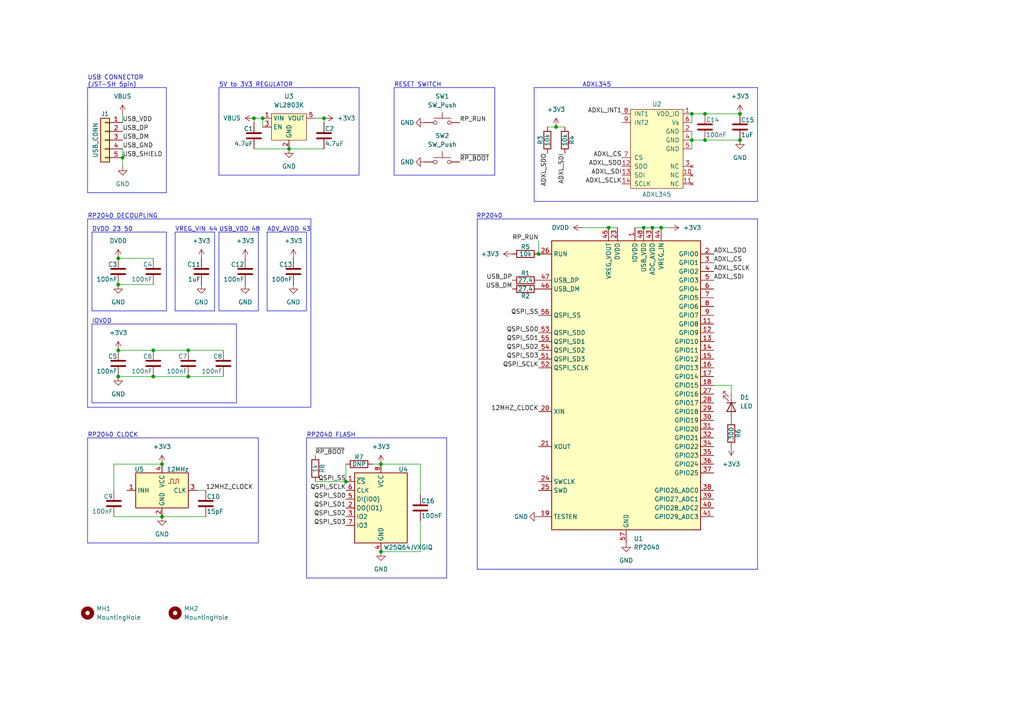
<source format=kicad_sch>
(kicad_sch (version 20231120) (generator "eeschema") (generator_version "8.0")
  (paper "A4")
  (lib_symbols
    (symbol "PicoAXDL-Library:+3V3" (power) (pin_numbers hide) (pin_names (offset 0) hide)
      (property "Value" "+3V3" (at 0 3.556 0))
      (symbol "+3V3_0_1"
        (polyline (pts (xy -0.762 1.27) (xy 0 2.54)))
        (polyline (pts (xy 0 0) (xy 0 2.54)))
        (polyline (pts (xy 0 2.54) (xy 0.762 1.27)))
      )
      (symbol "+3V3_1_1"
        (pin power_in line (at 0 0 90) (length 0) (name "~") (number "1"))
      )
    )
    (symbol "PicoAXDL-Library:ADXL345" (pin_names (offset 1.016))
      (property "Reference" "U" (at -7.62 12.7 0))
      (property "Value" "ADXL345" (at -7.62 -12.7 0))
      (symbol "ADXL345_0_1"
        (rectangle (start 7.62 11.43) (end -7.62 -11.43) (fill (type background)))
      )
      (symbol "ADXL345_1_1"
        (pin power_in line (at -10.16 10.16 0) (length 2.54) (name "VDD_IO") (number "1"))
        (pin no_connect line (at -10.16 -7.62 0) (length 2.54) (name "NC") (number "10"))
        (pin no_connect line (at -10.16 -10.16 0) (length 2.54) (name "NC") (number "11"))
        (pin output line (at 10.16 -5.08 180) (length 2.54) (name "SDO") (number "12"))
        (pin input line (at 10.16 -7.62 180) (length 2.54) (name "SDI") (number "13"))
        (pin input line (at 10.16 -10.16 180) (length 2.54) (name "SCLK") (number "14"))
        (pin power_in line (at -10.16 5.08 0) (length 2.54) (name "GND") (number "2"))
        (pin no_connect line (at -10.16 -5.08 0) (length 2.54) (name "NC") (number "3"))
        (pin power_in line (at -10.16 2.54 0) (length 2.54) (name "GND") (number "4"))
        (pin power_in line (at -10.16 0 0) (length 2.54) (name "GND") (number "5"))
        (pin power_in line (at -10.16 7.62 0) (length 2.54) (name "Vs") (number "6"))
        (pin input line (at 10.16 -2.54 180) (length 2.54) (name "CS") (number "7"))
        (pin output line (at 10.16 10.16 180) (length 2.54) (name "INT1") (number "8"))
        (pin output line (at 10.16 7.62 180) (length 2.54) (name "INT2") (number "9"))
      )
    )
    (symbol "PicoAXDL-Library:C" (pin_numbers hide) (pin_names (offset 0.254))
      (property "Reference" "C" (at 0.635 2.54 0))
      (property "Value" "C" (at 0.635 -2.54 0))
      (symbol "C_0_1"
        (polyline (pts (xy -2.032 -0.762) (xy 2.032 -0.762)) (stroke (width 0.508)))
        (polyline (pts (xy -2.032 0.762) (xy 2.032 0.762)) (stroke (width 0.508)))
      )
      (symbol "C_1_1"
        (pin passive line (at 0 3.81 270) (length 2.794) (name "~") (number "1"))
        (pin passive line (at 0 -3.81 90) (length 2.794) (name "~") (number "2"))
      )
    )
    (symbol "PicoAXDL-Library:Conn_01x05" (pin_names (offset 1.016) hide)
      (property "Reference" "J" (at 0 7.62 0))
      (property "Value" "Conn_01x05" (at 0 -7.62 0))
      (symbol "Conn_01x05_1_1"
        (rectangle (start -1.27 -4.953) (end 0 -5.207) (stroke (width 0.1524)))
        (rectangle (start -1.27 -2.413) (end 0 -2.667) (stroke (width 0.1524)))
        (rectangle (start -1.27 0.127) (end 0 -0.127) (stroke (width 0.1524)))
        (rectangle (start -1.27 2.667) (end 0 2.413) (stroke (width 0.1524)))
        (rectangle (start -1.27 5.207) (end 0 4.953) (stroke (width 0.1524)))
        (rectangle (start -1.27 6.35) (end 1.27 -6.35) (stroke (width 0.254)) (fill (type background)))
        (pin passive line (at -5.08 5.08 0) (length 3.81) (name "Pin_1") (number "1"))
        (pin passive line (at -5.08 2.54 0) (length 3.81) (name "Pin_2") (number "2"))
        (pin passive line (at -5.08 0 0) (length 3.81) (name "Pin_3") (number "3"))
        (pin passive line (at -5.08 -2.54 0) (length 3.81) (name "Pin_4") (number "4"))
        (pin passive line (at -5.08 -5.08 0) (length 3.81) (name "Pin_5") (number "5"))
      )
    )
    (symbol "PicoAXDL-Library:GND" (power) (pin_numbers hide) (pin_names (offset 0) hide)
      (property "Value" "GND" (at 0 -3.81 0))
      (symbol "GND_0_1"
        (polyline (pts (xy 0 0) (xy 0 -1.27) (xy 1.27 -1.27) (xy 0 -2.54) (xy -1.27 -1.27) (xy 0 -1.27)))
      )
      (symbol "GND_1_1"
        (pin power_in line (at 0 0 270) (length 0) (name "~") (number "1"))
      )
    )
    (symbol "PicoAXDL-Library:KC2520Z"
      (property "Reference" "U" (at 2.54 12.7 0))
      (property "Value" "KC2520Z" (at 6.35 10.16 0))
      (symbol "KC2520Z_0_1"
        (rectangle (start -7.62 5.08) (end 7.62 -5.08) (stroke (width 0.254)) (fill (type background)))
      )
      (symbol "KC2520Z_1_1"
        (polyline (pts (xy 1.778 2.032) (xy 2.54 2.032) (xy 2.54 3.302) (xy 3.302 3.302) (xy 3.302 2.032) (xy 4.064 2.032) (xy 4.064 3.302) (xy 4.826 3.302) (xy 4.826 2.032)))
        (pin input line (at -10.16 0 0) (length 2.54) (name "INH") (number "1"))
        (pin power_in line (at 0 -7.62 90) (length 2.54) (name "GND") (number "2"))
        (pin output line (at 10.16 0 180) (length 2.54) (name "CLK") (number "3"))
        (pin power_in line (at 0 7.62 270) (length 2.54) (name "VCC") (number "4"))
      )
    )
    (symbol "PicoAXDL-Library:LED" (pin_numbers hide) (pin_names (offset 1.016) hide)
      (property "Reference" "D" (at 0 2.54 0))
      (property "Value" "LED" (at 0 -2.54 0))
      (symbol "LED_0_1"
        (polyline (pts (xy -1.27 -1.27) (xy -1.27 1.27)) (stroke (width 0.254)))
        (polyline (pts (xy -1.27 0) (xy 1.27 0)))
        (polyline (pts (xy 1.27 -1.27) (xy 1.27 1.27) (xy -1.27 0) (xy 1.27 -1.27)) (stroke (width 0.254)))
        (polyline (pts (xy -3.048 -0.762) (xy -4.572 -2.286) (xy -3.81 -2.286) (xy -4.572 -2.286) (xy -4.572 -1.524)))
        (polyline (pts (xy -1.778 -0.762) (xy -3.302 -2.286) (xy -2.54 -2.286) (xy -3.302 -2.286) (xy -3.302 -1.524)))
      )
      (symbol "LED_1_1"
        (pin passive line (at -3.81 0 0) (length 2.54) (name "K") (number "1"))
        (pin passive line (at 3.81 0 180) (length 2.54) (name "A") (number "2"))
      )
    )
    (symbol "PicoAXDL-Library:MountingHole" (pin_names (offset 1.016)) (exclude_from_sim yes) (in_bom no)
      (property "Reference" "H" (at 0 5.08 0))
      (property "Value" "MountingHole" (at 0 3.175 0))
      (symbol "MountingHole_0_1"
        (circle (center 0 0) (radius 1.27) (stroke (width 1.27)))
      )
    )
    (symbol "PicoAXDL-Library:R" (pin_numbers hide) (pin_names (offset 0))
      (property "Reference" "R" (at 2.032 0 90))
      (property "Value" "R" (at 0 0 90))
      (symbol "R_0_1"
        (rectangle (start -1.016 -2.54) (end 1.016 2.54) (stroke (width 0.254)))
      )
      (symbol "R_1_1"
        (pin passive line (at 0 3.81 270) (length 1.27) (name "~") (number "1"))
        (pin passive line (at 0 -3.81 90) (length 1.27) (name "~") (number "2"))
      )
    )
    (symbol "PicoAXDL-Library:RP2040"
      (property "Reference" "U" (at 17.78 45.72 0))
      (property "Value" "RP2040" (at 17.78 43.18 0))
      (symbol "RP2040_0_1"
        (rectangle (start -21.59 41.91) (end 21.59 -41.91) (stroke (width 0.254)) (fill (type background)))
      )
      (symbol "RP2040_1_1"
        (pin power_in line (at 2.54 45.72 270) (length 3.81) (name "IOVDD") (number "1"))
        (pin passive line (at 2.54 45.72 270) (length 3.81) hide (name "IOVDD") (number "10"))
        (pin bidirectional line (at 25.4 17.78 180) (length 3.81) (name "GPIO8") (number "11"))
        (pin bidirectional line (at 25.4 15.24 180) (length 3.81) (name "GPIO9") (number "12"))
        (pin bidirectional line (at 25.4 12.7 180) (length 3.81) (name "GPIO10") (number "13"))
        (pin bidirectional line (at 25.4 10.16 180) (length 3.81) (name "GPIO11") (number "14"))
        (pin bidirectional line (at 25.4 7.62 180) (length 3.81) (name "GPIO12") (number "15"))
        (pin bidirectional line (at 25.4 5.08 180) (length 3.81) (name "GPIO13") (number "16"))
        (pin bidirectional line (at 25.4 2.54 180) (length 3.81) (name "GPIO14") (number "17"))
        (pin bidirectional line (at 25.4 0 180) (length 3.81) (name "GPIO15") (number "18"))
        (pin input line (at -25.4 -38.1 0) (length 3.81) (name "TESTEN") (number "19"))
        (pin bidirectional line (at 25.4 38.1 180) (length 3.81) (name "GPIO0") (number "2"))
        (pin input line (at -25.4 -7.62 0) (length 3.81) (name "XIN") (number "20"))
        (pin passive line (at -25.4 -17.78 0) (length 3.81) (name "XOUT") (number "21"))
        (pin passive line (at 2.54 45.72 270) (length 3.81) hide (name "IOVDD") (number "22"))
        (pin power_in line (at -2.54 45.72 270) (length 3.81) (name "DVDD") (number "23"))
        (pin input line (at -25.4 -27.94 0) (length 3.81) (name "SWCLK") (number "24"))
        (pin bidirectional line (at -25.4 -30.48 0) (length 3.81) (name "SWD") (number "25"))
        (pin input line (at -25.4 38.1 0) (length 3.81) (name "RUN") (number "26"))
        (pin bidirectional line (at 25.4 -2.54 180) (length 3.81) (name "GPIO16") (number "27"))
        (pin bidirectional line (at 25.4 -5.08 180) (length 3.81) (name "GPIO17") (number "28"))
        (pin bidirectional line (at 25.4 -7.62 180) (length 3.81) (name "GPIO18") (number "29"))
        (pin bidirectional line (at 25.4 35.56 180) (length 3.81) (name "GPIO1") (number "3"))
        (pin bidirectional line (at 25.4 -10.16 180) (length 3.81) (name "GPIO19") (number "30"))
        (pin bidirectional line (at 25.4 -12.7 180) (length 3.81) (name "GPIO20") (number "31"))
        (pin bidirectional line (at 25.4 -15.24 180) (length 3.81) (name "GPIO21") (number "32"))
        (pin passive line (at 2.54 45.72 270) (length 3.81) hide (name "IOVDD") (number "33"))
        (pin bidirectional line (at 25.4 -17.78 180) (length 3.81) (name "GPIO22") (number "34"))
        (pin bidirectional line (at 25.4 -20.32 180) (length 3.81) (name "GPIO23") (number "35"))
        (pin bidirectional line (at 25.4 -22.86 180) (length 3.81) (name "GPIO24") (number "36"))
        (pin bidirectional line (at 25.4 -25.4 180) (length 3.81) (name "GPIO25") (number "37"))
        (pin bidirectional line (at 25.4 -30.48 180) (length 3.81) (name "GPIO26_ADC0") (number "38"))
        (pin bidirectional line (at 25.4 -33.02 180) (length 3.81) (name "GPIO27_ADC1") (number "39"))
        (pin bidirectional line (at 25.4 33.02 180) (length 3.81) (name "GPIO2") (number "4"))
        (pin bidirectional line (at 25.4 -35.56 180) (length 3.81) (name "GPIO28_ADC2") (number "40"))
        (pin bidirectional line (at 25.4 -38.1 180) (length 3.81) (name "GPIO29_ADC3") (number "41"))
        (pin passive line (at 2.54 45.72 270) (length 3.81) hide (name "IOVDD") (number "42"))
        (pin power_in line (at 7.62 45.72 270) (length 3.81) (name "ADC_AVDD") (number "43"))
        (pin power_in line (at 10.16 45.72 270) (length 3.81) (name "VREG_IN") (number "44"))
        (pin power_out line (at -5.08 45.72 270) (length 3.81) (name "VREG_VOUT") (number "45"))
        (pin bidirectional line (at -25.4 27.94 0) (length 3.81) (name "USB_DM") (number "46"))
        (pin bidirectional line (at -25.4 30.48 0) (length 3.81) (name "USB_DP") (number "47"))
        (pin power_in line (at 5.08 45.72 270) (length 3.81) (name "USB_VDD") (number "48"))
        (pin passive line (at 2.54 45.72 270) (length 3.81) hide (name "IOVDD") (number "49"))
        (pin bidirectional line (at 25.4 30.48 180) (length 3.81) (name "GPIO3") (number "5"))
        (pin passive line (at -2.54 45.72 270) (length 3.81) hide (name "DVDD") (number "50"))
        (pin bidirectional line (at -25.4 7.62 0) (length 3.81) (name "QSPI_SD3") (number "51"))
        (pin output line (at -25.4 5.08 0) (length 3.81) (name "QSPI_SCLK") (number "52"))
        (pin bidirectional line (at -25.4 15.24 0) (length 3.81) (name "QSPI_SD0") (number "53"))
        (pin bidirectional line (at -25.4 10.16 0) (length 3.81) (name "QSPI_SD2") (number "54"))
        (pin bidirectional line (at -25.4 12.7 0) (length 3.81) (name "QSPI_SD1") (number "55"))
        (pin bidirectional line (at -25.4 20.32 0) (length 3.81) (name "QSPI_SS") (number "56"))
        (pin power_in line (at 0 -45.72 90) (length 3.81) (name "GND") (number "57"))
        (pin bidirectional line (at 25.4 27.94 180) (length 3.81) (name "GPIO4") (number "6"))
        (pin bidirectional line (at 25.4 25.4 180) (length 3.81) (name "GPIO5") (number "7"))
        (pin bidirectional line (at 25.4 22.86 180) (length 3.81) (name "GPIO6") (number "8"))
        (pin bidirectional line (at 25.4 20.32 180) (length 3.81) (name "GPIO7") (number "9"))
      )
    )
    (symbol "PicoAXDL-Library:SW_Push" (pin_numbers hide) (pin_names (offset 1.016) hide)
      (property "Reference" "SW" (at 1.27 2.54 0))
      (property "Value" "SW_Push" (at 0 -1.524 0))
      (symbol "SW_Push_0_1"
        (circle (center -2.032 0) (radius 0.508))
        (polyline (pts (xy 0 1.27) (xy 0 3.048)))
        (polyline (pts (xy 2.54 1.27) (xy -2.54 1.27)))
        (circle (center 2.032 0) (radius 0.508))
        (pin passive line (at -5.08 0 0) (length 2.54) (name "1") (number "1"))
        (pin passive line (at 5.08 0 180) (length 2.54) (name "2") (number "2"))
      )
    )
    (symbol "PicoAXDL-Library:VBUS" (power) (pin_numbers hide) (pin_names (offset 0) hide)
      (property "Value" "VBUS" (at 0 3.556 0))
      (symbol "VBUS_0_1"
        (polyline (pts (xy -0.762 1.27) (xy 0 2.54)))
        (polyline (pts (xy 0 0) (xy 0 2.54)))
        (polyline (pts (xy 0 2.54) (xy 0.762 1.27)))
      )
      (symbol "VBUS_1_1"
        (pin power_in line (at 0 0 90) (length 0) (name "~") (number "1"))
      )
    )
    (symbol "PicoAXDL-Library:VDD" (power) (pin_numbers hide) (pin_names (offset 0) hide)
      (property "Value" "VDD" (at 0 3.556 0))
      (symbol "VDD_0_1"
        (polyline (pts (xy -0.762 1.27) (xy 0 2.54)))
        (polyline (pts (xy 0 0) (xy 0 2.54)))
        (polyline (pts (xy 0 2.54) (xy 0.762 1.27)))
      )
      (symbol "VDD_1_1"
        (pin power_in line (at 0 0 90) (length 0) (name "~") (number "1"))
      )
    )
    (symbol "PicoAXDL-Library:W25Q32JVSS"
      (property "Reference" "U" (at -6.35 11.43 0))
      (property "Value" "W25Q32JVSS" (at 7.62 11.43 0))
      (symbol "W25Q32JVSS_0_1"
        (rectangle (start -7.62 10.16) (end 7.62 -10.16) (stroke (width 0.254)) (fill (type background)))
      )
      (symbol "W25Q32JVSS_1_1"
        (pin input line (at -10.16 7.62 0) (length 2.54) (name "~{CS}") (number "1"))
        (pin bidirectional line (at -10.16 0 0) (length 2.54) (name "DO(IO1)") (number "2"))
        (pin bidirectional line (at -10.16 -2.54 0) (length 2.54) (name "IO2") (number "3"))
        (pin power_in line (at 0 -12.7 90) (length 2.54) (name "GND") (number "4"))
        (pin bidirectional line (at -10.16 2.54 0) (length 2.54) (name "DI(IO0)") (number "5"))
        (pin input line (at -10.16 5.08 0) (length 2.54) (name "CLK") (number "6"))
        (pin bidirectional line (at -10.16 -5.08 0) (length 2.54) (name "IO3") (number "7"))
        (pin power_in line (at 0 12.7 270) (length 2.54) (name "VCC") (number "8"))
      )
    )
    (symbol "PicoAXDL-Library:WL2803K"
      (property "Reference" "U" (at 0 7.62 0))
      (property "Value" "WL2803K" (at 0 5.08 0))
      (symbol "WL2803K_0_1"
        (rectangle (start -5.08 3.81) (end 5.08 -3.81) (fill (type background)))
      )
      (symbol "WL2803K_1_1"
        (pin power_in line (at -7.62 2.54 0) (length 2.54) (name "VIN") (number "1"))
        (pin power_in line (at 0 -6.35 90) (length 2.54) (name "GND") (number "2"))
        (pin input line (at -7.62 0 0) (length 2.54) (name "EN") (number "3"))
        (pin no_connect non_logic (at 7.62 0 180) (length 2.54) hide (name "NC") (number "4"))
        (pin power_out line (at 7.62 2.54 180) (length 2.54) (name "VOUT") (number "5"))
      )
    )
  )
  (junction (at 156.21 73.66))
  (junction (at 46.99 134.62))
  (junction (at 100.33 139.7))
  (junction (at 176.53 66.04))
  (junction (at 35.56 45.72))
  (junction (at 191.77 66.04))
  (junction (at 73.66 34.29))
  (junction (at 46.99 149.86))
  (junction (at 161.29 36.83))
  (junction (at 200.66 33.02))
  (junction (at 54.61 101.6))
  (junction (at 110.49 134.62))
  (junction (at 34.29 74.93))
  (junction (at 214.63 40.64))
  (junction (at 204.47 40.64))
  (junction (at 189.23 66.04))
  (junction (at 110.49 160.02))
  (junction (at 44.45 109.22))
  (junction (at 83.82 43.18))
  (junction (at 214.63 33.02))
  (junction (at 34.29 82.55))
  (junction (at 186.69 66.04))
  (junction (at 54.61 109.22))
  (junction (at 200.66 40.64))
  (junction (at 34.29 109.22))
  (junction (at 76.2 34.29))
  (junction (at 34.29 101.6))
  (junction (at 204.47 33.02))
  (junction (at 93.98 34.29))
  (junction (at 44.45 101.6))
  (wire (pts (xy 191.77 66.04) (xy 194.31 66.04)))
  (polyline (pts (xy 88.9 127) (xy 129.54 127)))
  (polyline (pts (xy 114.3 50.8) (xy 143.51 50.8)))
  (wire (pts (xy 34.29 74.93) (xy 44.45 74.93)))
  (wire (pts (xy 73.66 43.18) (xy 83.82 43.18)))
  (polyline (pts (xy 25.4 25.4) (xy 25.4 30.48)))
  (polyline (pts (xy 219.71 58.42) (xy 154.94 58.42)))
  (polyline (pts (xy 62.23 90.17) (xy 62.23 67.31)))
  (wire (pts (xy 93.98 35.56) (xy 93.98 34.29)))
  (wire (pts (xy 34.29 101.6) (xy 44.45 101.6)))
  (polyline (pts (xy 90.17 63.5) (xy 25.4 63.5)))
  (wire (pts (xy 46.99 134.62) (xy 33.02 134.62)))
  (polyline (pts (xy 50.8 67.31) (xy 62.23 67.31)))
  (polyline (pts (xy 63.5 50.8) (xy 104.14 50.8)))
  (wire (pts (xy 44.45 101.6) (xy 54.61 101.6)))
  (polyline (pts (xy 138.43 63.5) (xy 138.43 165.1)))
  (wire (pts (xy 73.66 35.56) (xy 73.66 34.29)))
  (polyline (pts (xy 25.4 55.88) (xy 48.26 55.88)))
  (polyline (pts (xy 26.67 116.84) (xy 68.58 116.84)))
  (polyline (pts (xy 63.5 25.4) (xy 104.14 25.4)))
  (polyline (pts (xy 219.71 63.5) (xy 138.43 63.5)))
  (wire (pts (xy 121.92 134.62) (xy 110.49 134.62)))
  (polyline (pts (xy 25.4 118.11) (xy 90.17 118.11)))
  (wire (pts (xy 212.09 111.76) (xy 212.09 114.3)))
  (polyline (pts (xy 90.17 118.11) (xy 90.17 63.5)))
  (wire (pts (xy 93.98 34.29) (xy 91.44 34.29)))
  (wire (pts (xy 35.56 45.72) (xy 35.56 48.26)))
  (polyline (pts (xy 77.47 90.17) (xy 88.9 90.17)))
  (wire (pts (xy 100.33 134.62) (xy 100.33 139.7)))
  (wire (pts (xy 46.99 149.86) (xy 59.69 149.86)))
  (wire (pts (xy 176.53 66.04) (xy 179.07 66.04)))
  (polyline (pts (xy 138.43 165.1) (xy 219.71 165.1)))
  (polyline (pts (xy 48.26 25.4) (xy 25.4 25.4)))
  (polyline (pts (xy 88.9 127) (xy 88.9 167.64)))
  (polyline (pts (xy 114.3 25.4) (xy 114.3 50.8)))
  (wire (pts (xy 33.02 149.86) (xy 46.99 149.86)))
  (wire (pts (xy 83.82 43.18) (xy 93.98 43.18)))
  (polyline (pts (xy 50.8 90.17) (xy 62.23 90.17)))
  (polyline (pts (xy 88.9 167.64) (xy 129.54 167.64)))
  (wire (pts (xy 200.66 38.1) (xy 200.66 40.64)))
  (polyline (pts (xy 74.93 157.48) (xy 74.93 127)))
  (wire (pts (xy 186.69 66.04) (xy 189.23 66.04)))
  (polyline (pts (xy 219.71 165.1) (xy 219.71 63.5)))
  (wire (pts (xy 121.92 143.51) (xy 121.92 134.62)))
  (polyline (pts (xy 88.9 90.17) (xy 88.9 67.31)))
  (wire (pts (xy 107.95 134.62) (xy 110.49 134.62)))
  (wire (pts (xy 168.91 66.04) (xy 176.53 66.04)))
  (polyline (pts (xy 68.58 116.84) (xy 68.58 93.98)))
  (wire (pts (xy 57.15 142.24) (xy 59.69 142.24)))
  (wire (pts (xy 76.2 34.29) (xy 76.2 36.83)))
  (wire (pts (xy 35.56 43.18) (xy 35.56 45.72)))
  (polyline (pts (xy 154.94 25.4) (xy 219.71 25.4)))
  (polyline (pts (xy 25.4 30.48) (xy 25.4 55.88)))
  (wire (pts (xy 35.56 33.02) (xy 35.56 35.56)))
  (polyline (pts (xy 63.5 67.31) (xy 74.93 67.31)))
  (polyline (pts (xy 77.47 67.31) (xy 77.47 90.17)))
  (polyline (pts (xy 114.3 25.4) (xy 143.51 25.4)))
  (polyline (pts (xy 48.26 90.17) (xy 26.67 90.17)))
  (polyline (pts (xy 154.94 25.4) (xy 154.94 58.42)))
  (wire (pts (xy 204.47 33.02) (xy 200.66 33.02)))
  (polyline (pts (xy 143.51 50.8) (xy 143.51 25.4)))
  (wire (pts (xy 54.61 101.6) (xy 64.77 101.6)))
  (wire (pts (xy 207.01 111.76) (xy 212.09 111.76)))
  (wire (pts (xy 34.29 82.55) (xy 44.45 82.55)))
  (polyline (pts (xy 63.5 90.17) (xy 74.93 90.17)))
  (wire (pts (xy 204.47 40.64) (xy 214.63 40.64)))
  (polyline (pts (xy 129.54 167.64) (xy 129.54 127)))
  (wire (pts (xy 54.61 109.22) (xy 64.77 109.22)))
  (wire (pts (xy 200.66 33.02) (xy 200.66 35.56)))
  (polyline (pts (xy 25.4 127) (xy 74.93 127)))
  (polyline (pts (xy 74.93 90.17) (xy 74.93 67.31)))
  (wire (pts (xy 204.47 40.64) (xy 200.66 40.64)))
  (polyline (pts (xy 48.26 67.31) (xy 48.26 90.17)))
  (polyline (pts (xy 25.4 157.48) (xy 74.93 157.48)))
  (wire (pts (xy 204.47 33.02) (xy 214.63 33.02)))
  (polyline (pts (xy 26.67 93.98) (xy 26.67 116.84)))
  (polyline (pts (xy 25.4 127) (xy 25.4 157.48)))
  (polyline (pts (xy 26.67 67.31) (xy 48.26 67.31)))
  (wire (pts (xy 121.92 160.02) (xy 121.92 151.13)))
  (polyline (pts (xy 48.26 55.88) (xy 48.26 25.4)))
  (wire (pts (xy 34.29 109.22) (xy 44.45 109.22)))
  (wire (pts (xy 73.66 34.29) (xy 76.2 34.29)))
  (wire (pts (xy 158.75 36.83) (xy 161.29 36.83)))
  (polyline (pts (xy 63.5 67.31) (xy 63.5 90.17)))
  (polyline (pts (xy 219.71 25.4) (xy 219.71 58.42)))
  (wire (pts (xy 110.49 160.02) (xy 121.92 160.02)))
  (polyline (pts (xy 25.4 63.5) (xy 25.4 118.11)))
  (polyline (pts (xy 26.67 93.98) (xy 68.58 93.98)))
  (polyline (pts (xy 26.67 90.17) (xy 26.67 67.31)))
  (wire (pts (xy 33.02 134.62) (xy 33.02 142.24)))
  (polyline (pts (xy 63.5 25.4) (xy 63.5 50.8)))
  (wire (pts (xy 189.23 66.04) (xy 191.77 66.04)))
  (wire (pts (xy 91.44 139.7) (xy 100.33 139.7)))
  (wire (pts (xy 156.21 69.85) (xy 156.21 73.66)))
  (polyline (pts (xy 77.47 67.31) (xy 88.9 67.31)))
  (wire (pts (xy 184.15 66.04) (xy 186.69 66.04)))
  (polyline (pts (xy 50.8 67.31) (xy 50.8 90.17)))
  (wire (pts (xy 200.66 40.64) (xy 200.66 43.18)))
  (polyline (pts (xy 104.14 50.8) (xy 104.14 25.4)))
  (wire (pts (xy 44.45 109.22) (xy 54.61 109.22)))
  (wire (pts (xy 161.29 36.83) (xy 163.83 36.83)))
  (text "VREG_VIN 44" (at 50.8 67.31 0) (effects (font (size 1.27 1.27)) (justify left bottom)))
  (text "RP2040" (at 138.176 63.5 0) (effects (font (size 1.27 1.27)) (justify left bottom)))
  (text "5V to 3V3 REGULATOR" (at 63.5 25.4 0) (effects (font (size 1.27 1.27)) (justify left bottom)))
  (text "ADXL345" (at 168.91 25.4 0) (effects (font (size 1.27 1.27)) (justify left bottom)))
  (text "RP2040 DECOUPLING" (at 25.4 63.5 0) (effects (font (size 1.27 1.27)) (justify left bottom)))
  (text "RESET SWITCH" (at 114.3 25.4 0) (effects (font (size 1.27 1.27)) (justify left bottom)))
  (text "USB_VDD 48" (at 63.5 67.31 0) (effects (font (size 1.27 1.27)) (justify left bottom)))
  (text "DVDD 23 50" (at 26.67 67.31 0) (effects (font (size 1.27 1.27)) (justify left bottom)))
  (text "USB CONNECTOR\n(JST-SH 5pin)" (at 25.4 25.4 0) (effects (font (size 1.27 1.27)) (justify left bottom)))
  (text "RP2040 FLASH" (at 88.9 127 0) (effects (font (size 1.27 1.27)) (justify left bottom)))
  (text "IOVDD" (at 26.67 93.98 0) (effects (font (size 1.27 1.27)) (justify left bottom)))
  (text "RP2040 CLOCK" (at 25.4 127 0) (effects (font (size 1.27 1.27)) (justify left bottom)))
  (text "ADV_AVDD 43" (at 77.47 67.31 0) (effects (font (size 1.27 1.27)) (justify left bottom)))
  (label "ADXL_SDI" (at 163.83 44.45 270))
  (label "QSPI_SD0" (at 100.33 144.78 180))
  (label "ADXL_SCLK" (at 180.34 53.34 180))
  (label "USB_SHIELD" (at 35.56 45.72 0))
  (label "USB_VDD" (at 35.56 35.56 0))
  (label "QSPI_SD1" (at 156.21 99.06 180))
  (label "RP_RUN" (at 156.21 69.85 180))
  (label "USB_GND" (at 35.56 43.18 0))
  (label "ADXL_SDO" (at 180.34 48.26 180))
  (label "ADXL_SDI" (at 207.01 81.28 0))
  (label "QSPI_SD2" (at 156.21 101.6 180))
  (label "QSPI_SS" (at 156.21 91.44 180))
  (label "USB_DM" (at 148.59 83.82 180))
  (label "~{RP_BOOT}" (at 91.44 132.08 0))
  (label "QSPI_SD1" (at 100.33 147.32 180))
  (label "QSPI_SCLK" (at 156.21 106.68 180))
  (label "QSPI_SS" (at 100.33 139.7 180))
  (label "QSPI_SCLK" (at 100.33 142.24 180))
  (label "USB_DM" (at 35.56 40.64 0))
  (label "USB_DP" (at 148.59 81.28 180))
  (label "ADXL_SDO" (at 158.75 44.45 270))
  (label "USB_DP" (at 35.56 38.1 0))
  (label "ADXL_CS" (at 207.01 76.2 0))
  (label "QSPI_SD3" (at 156.21 104.14 180))
  (label "12MHZ_CLOCK" (at 59.69 142.24 0))
  (label "QSPI_SD3" (at 100.33 152.4 180))
  (label "ADXL_SDI" (at 180.34 50.8 180))
  (label "RP_RUN" (at 133.35 35.56 0))
  (label "ADXL_SCLK" (at 207.01 78.74 0))
  (label "QSPI_SD2" (at 100.33 149.86 180))
  (label "ADXL_INT1" (at 180.34 33.02 180))
  (label "ADXL_SDO" (at 207.01 73.66 0))
  (label "~{RP_BOOT}" (at 133.35 46.99 0))
  (label "QSPI_SD0" (at 156.21 96.52 180))
  (label "12MHZ_CLOCK" (at 156.21 119.38 180))
  (label "ADXL_CS" (at 180.34 45.72 180))
  (symbol (lib_id "PicoAXDL-Library:C") (at 121.92 147.32 0) (mirror y) (unit 1)
    (property "Reference" "C16" (at 122.174 145.288 0) (effects (justify right)))
    (property "Value" "100nF" (at 122.174 149.606 0) (effects (justify right)))
    (property "Footprint" "Capacitor_SMD:C_0603_1608Metric" (effects (hide yes)))
    (property "Description" "Unpolarized capacitor" (effects (hide yes)))
    (property "LCSC#" "C14663" (effects (hide yes)))
  )
  (symbol (lib_id "PicoAXDL-Library:+3V3") (at 148.59 73.66 90) (unit 1)
    (property "Reference" "#PWR021" (effects (hide yes)))
    (property "Value" "+3V3" (at 144.78 73.6599 90) (effects (justify left)))
    (property "Description" "Power symbol creates a global label with name \"+3V3\"" (effects (hide yes)))
  )
  (symbol (lib_id "PicoAXDL-Library:C") (at 204.47 36.83 0) (mirror y) (unit 1)
    (property "Reference" "C14" (at 204.724 34.798 0) (effects (justify right)))
    (property "Value" "100nF" (at 204.724 39.116 0) (effects (justify right)))
    (property "Footprint" "Capacitor_SMD:C_0603_1608Metric" (effects (hide yes)))
    (property "Description" "Unpolarized capacitor" (effects (hide yes)))
    (property "LCSC#" "C14663" (effects (hide yes)))
  )
  (symbol (lib_id "PicoAXDL-Library:+3V3") (at 58.42 74.93 0) (unit 1)
    (property "Reference" "#PWR014" (effects (hide yes)))
    (property "Value" "+3V3" (at 58.42 69.85 0))
    (property "Description" "Power symbol creates a global label with name \"+3V3\"" (effects (hide yes)))
  )
  (symbol (lib_id "PicoAXDL-Library:C") (at 58.42 78.74 0) (unit 1)
    (property "Reference" "C11" (at 58.166 76.708 0) (effects (justify right)))
    (property "Value" "1uF" (at 58.166 81.026 0) (effects (justify right)))
    (property "Footprint" "Capacitor_SMD:C_0603_1608Metric" (effects (hide yes)))
    (property "Description" "Unpolarized capacitor" (effects (hide yes)))
    (property "LCSC#" "C106214" (effects (hide yes)))
  )
  (symbol (lib_id "PicoAXDL-Library:C") (at 71.12 78.74 0) (unit 1)
    (property "Reference" "C12" (at 70.866 76.708 0) (effects (justify right)))
    (property "Value" "100nF" (at 70.866 81.026 0) (effects (justify right)))
    (property "Footprint" "Capacitor_SMD:C_0603_1608Metric" (effects (hide yes)))
    (property "Description" "Unpolarized capacitor" (effects (hide yes)))
    (property "LCSC#" "C14663" (effects (hide yes)))
  )
  (symbol (lib_id "PicoAXDL-Library:C") (at 34.29 78.74 0) (unit 1)
    (property "Reference" "C3" (at 34.036 76.708 0) (effects (justify right)))
    (property "Value" "100nF" (at 34.036 81.026 0) (effects (justify right)))
    (property "Footprint" "Capacitor_SMD:C_0603_1608Metric" (effects (hide yes)))
    (property "Description" "Unpolarized capacitor" (effects (hide yes)))
    (property "LCSC#" "C14663" (effects (hide yes)))
  )
  (symbol (lib_id "PicoAXDL-Library:C") (at 34.29 105.41 0) (unit 1)
    (property "Reference" "C5" (at 34.036 103.378 0) (effects (justify right)))
    (property "Value" "100nF" (at 34.036 107.696 0) (effects (justify right)))
    (property "Footprint" "Capacitor_SMD:C_0603_1608Metric" (effects (hide yes)))
    (property "Description" "Unpolarized capacitor" (effects (hide yes)))
    (property "LCSC#" "C14663" (effects (hide yes)))
  )
  (symbol (lib_id "PicoAXDL-Library:R") (at 152.4 73.66 90) (unit 1)
    (property "Reference" "R5" (at 152.4 71.628 90))
    (property "Value" "10k" (at 152.4 73.66 90))
    (property "Footprint" "Resistor_SMD:R_0603_1608Metric" (effects (hide yes)))
    (property "Description" "Resistor" (effects (hide yes)))
    (property "LCSC#" " C98220" (effects (hide yes)))
  )
  (symbol (lib_id "PicoAXDL-Library:C") (at 44.45 78.74 0) (unit 1)
    (property "Reference" "C4" (at 44.196 76.708 0) (effects (justify right)))
    (property "Value" "100nF" (at 44.196 81.026 0) (effects (justify right)))
    (property "Footprint" "Capacitor_SMD:C_0603_1608Metric" (effects (hide yes)))
    (property "Description" "Unpolarized capacitor" (effects (hide yes)))
    (property "LCSC#" "C14663" (effects (hide yes)))
  )
  (symbol (lib_id "PicoAXDL-Library:R") (at 152.4 83.82 90) (mirror x) (unit 1)
    (property "Reference" "R2" (at 152.4 85.852 90))
    (property "Value" "27.4" (at 152.4 83.82 90))
    (property "Footprint" "Resistor_SMD:R_0603_1608Metric" (effects (hide yes)))
    (property "Description" "Resistor" (effects (hide yes)))
    (property "LCSC#" "C185346" (effects (hide yes)))
  )
  (symbol (lib_id "PicoAXDL-Library:+3V3") (at 85.09 74.93 0) (unit 1)
    (property "Reference" "#PWR018" (effects (hide yes)))
    (property "Value" "+3V3" (at 85.09 69.85 0))
    (property "Description" "Power symbol creates a global label with name \"+3V3\"" (effects (hide yes)))
  )
  (symbol (lib_id "PicoAXDL-Library:C") (at 214.63 36.83 0) (mirror y) (unit 1)
    (property "Reference" "C15" (at 214.884 34.798 0) (effects (justify right)))
    (property "Value" "1uF" (at 214.884 39.116 0) (effects (justify right)))
    (property "Footprint" "Capacitor_SMD:C_0603_1608Metric" (effects (hide yes)))
    (property "Description" "Unpolarized capacitor" (effects (hide yes)))
    (property "LCSC#" "C106214" (effects (hide yes)))
  )
  (symbol (lib_id "PicoAXDL-Library:GND") (at 181.61 157.48 0) (unit 1)
    (property "Reference" "#PWR020" (effects (hide yes)))
    (property "Value" "GND" (at 181.61 162.56 0))
    (property "Description" "Power symbol creates a global label with name \"GND\" , ground" (effects (hide yes)))
  )
  (symbol (lib_id "PicoAXDL-Library:GND") (at 123.19 46.99 270) (unit 1)
    (property "Reference" "#PWR027" (effects (hide yes)))
    (property "Value" "GND" (at 118.11 46.99 90))
    (property "Description" "Power symbol creates a global label with name \"GND\" , ground" (effects (hide yes)))
  )
  (symbol (lib_id "PicoAXDL-Library:R") (at 91.44 135.89 0) (unit 1)
    (property "Reference" "R8" (at 93.472 135.89 90))
    (property "Value" "1k" (at 91.44 135.89 90))
    (property "Footprint" "Resistor_SMD:R_0603_1608Metric" (effects (hide yes)))
    (property "Description" "Resistor" (effects (hide yes)))
    (property "LCSC#" " C22548" (effects (hide yes)))
  )
  (symbol (lib_id "PicoAXDL-Library:GND") (at 34.29 109.22 0) (mirror y) (unit 1)
    (property "Reference" "#PWR013" (effects (hide yes)))
    (property "Value" "GND" (at 34.29 114.3 0))
    (property "Description" "Power symbol creates a global label with name \"GND\" , ground" (effects (hide yes)))
  )
  (symbol (lib_id "PicoAXDL-Library:SW_Push") (at 128.27 46.99 0) (unit 1)
    (property "Reference" "SW2" (at 128.27 39.37 0))
    (property "Value" "SW_Push" (at 128.27 41.91 0))
    (property "Footprint" "Button_Switch_SMD:SW_SPST_B3U-3000P" (effects (hide yes)))
    (property "Description" "Push button switch, generic, two pins" (effects (hide yes)))
    (property "LCSC#" "C963349" (effects (hide yes)))
  )
  (symbol (lib_id "PicoAXDL-Library:+3V3") (at 194.31 66.04 270) (unit 1)
    (property "Reference" "#PWR08" (effects (hide yes)))
    (property "Value" "+3V3" (at 198.12 66.0399 90) (effects (justify left)))
    (property "Description" "Power symbol creates a global label with name \"+3V3\"" (effects (hide yes)))
  )
  (symbol (lib_id "PicoAXDL-Library:R") (at 212.09 125.73 0) (mirror x) (unit 1)
    (property "Reference" "R6" (at 214.122 125.73 90))
    (property "Value" "300" (at 212.09 125.73 90))
    (property "Footprint" "Resistor_SMD:R_0603_1608Metric" (effects (hide yes)))
    (property "Description" "Resistor" (effects (hide yes)))
    (property "LCSC#" " C114617" (effects (hide yes)))
  )
  (symbol (lib_id "PicoAXDL-Library:R") (at 152.4 81.28 90) (unit 1)
    (property "Reference" "R1" (at 152.4 79.248 90))
    (property "Value" "27.4" (at 152.4 81.28 90))
    (property "Footprint" "Resistor_SMD:R_0603_1608Metric" (effects (hide yes)))
    (property "Description" "Resistor" (effects (hide yes)))
    (property "LCSC#" "C185346" (effects (hide yes)))
  )
  (symbol (lib_id "PicoAXDL-Library:KC2520Z") (at 46.99 142.24 0) (unit 1)
    (property "Reference" "U5" (at 40.386 136.144 0))
    (property "Value" "12MHz" (at 51.562 136.144 0))
    (property "Footprint" "Oscillator:Oscillator_SMD_Kyocera_KC2520Z-4Pin_2.5x2.0mm" (effects (hide yes)))
    (property "Datasheet" "https://www.lcsc.com/datasheet/lcsc_datasheet_2407310922_YXC-Crystal-Oscillators-OT3EL89CJI-111YLC-12M_C7425459.pdf" (effects (hide yes)))
    (property "Description" "OT3EL89CJI-111YLC-12M" (effects (hide yes)))
    (property "LCSC#" "C7425459" (effects (hide yes)))
  )
  (symbol (lib_id "PicoAXDL-Library:GND") (at 123.19 35.56 270) (unit 1)
    (property "Reference" "#PWR026" (effects (hide yes)))
    (property "Value" "GND" (at 118.11 35.56 90))
    (property "Description" "Power symbol creates a global label with name \"GND\" , ground" (effects (hide yes)))
  )
  (symbol (lib_id "PicoAXDL-Library:+3V3") (at 214.63 33.02 0) (unit 1)
    (property "Reference" "#PWR023" (effects (hide yes)))
    (property "Value" "+3V3" (at 214.63 27.94 0))
    (property "Description" "Power symbol creates a global label with name \"+3V3\"" (effects (hide yes)))
  )
  (symbol (lib_id "PicoAXDL-Library:Conn_01x05") (at 30.48 40.64 0) (mirror y) (unit 1)
    (property "Reference" "J1" (at 30.48 33.02 0))
    (property "Value" "USB_CONN" (at 27.686 40.64 90))
    (property "Footprint" "Connector_JST:JST_SH_SM05B-SRSS-TB_1x05-1MP_P1.00mm_Horizontal" (effects (hide yes)))
    (property "Description" "Generic connector, single row, 01x05, script generated (kicad-library-utils/schlib/autogen/connector/)" (effects (hide yes)))
    (property "LCSC#" "C136657" (effects (hide yes)))
  )
  (symbol (lib_id "PicoAXDL-Library:C") (at 44.45 105.41 0) (unit 1)
    (property "Reference" "C6" (at 44.196 103.378 0) (effects (justify right)))
    (property "Value" "100nF" (at 44.196 107.696 0) (effects (justify right)))
    (property "Footprint" "Capacitor_SMD:C_0603_1608Metric" (effects (hide yes)))
    (property "Description" "Unpolarized capacitor" (effects (hide yes)))
    (property "LCSC#" "C14663" (effects (hide yes)))
  )
  (symbol (lib_id "PicoAXDL-Library:GND") (at 110.49 160.02 0) (mirror y) (unit 1)
    (property "Reference" "#PWR01" (effects (hide yes)))
    (property "Value" "GND" (at 110.49 165.1 0))
    (property "Description" "Power symbol creates a global label with name \"GND\" , ground" (effects (hide yes)))
  )
  (symbol (lib_id "PicoAXDL-Library:C") (at 59.69 146.05 0) (mirror y) (unit 1)
    (property "Reference" "C10" (at 59.944 144.018 0) (effects (justify right)))
    (property "Value" "15pF" (at 59.944 148.336 0) (effects (justify right)))
    (property "Footprint" "Capacitor_SMD:C_0603_1608Metric" (effects (hide yes)))
    (property "Description" "Unpolarized capacitor" (effects (hide yes)))
    (property "LCSC#" "C107037" (effects (hide yes)))
  )
  (symbol (lib_id "PicoAXDL-Library:C") (at 73.66 39.37 0) (unit 1)
    (property "Reference" "C1" (at 73.406 37.338 0) (effects (justify right)))
    (property "Value" "4.7uF" (at 73.406 41.656 0) (effects (justify right)))
    (property "Footprint" "Capacitor_SMD:C_0603_1608Metric" (effects (hide yes)))
    (property "Description" "Unpolarized capacitor" (effects (hide yes)))
    (property "LCSC#" "C109456" (effects (hide yes)))
  )
  (symbol (lib_id "PicoAXDL-Library:GND") (at 214.63 40.64 0) (unit 1)
    (property "Reference" "#PWR024" (effects (hide yes)))
    (property "Value" "GND" (at 214.63 45.72 0))
    (property "Description" "Power symbol creates a global label with name \"GND\" , ground" (effects (hide yes)))
  )
  (symbol (lib_id "PicoAXDL-Library:+3V3") (at 212.09 129.54 180) (unit 1)
    (property "Reference" "#PWR029" (effects (hide yes)))
    (property "Value" "+3V3" (at 212.09 134.62 0))
    (property "Description" "Power symbol creates a global label with name \"+3V3\"" (effects (hide yes)))
  )
  (symbol (lib_id "PicoAXDL-Library:LED") (at 212.09 118.11 270) (unit 1)
    (property "Reference" "D1" (at 214.63 115.2524 90) (effects (justify left)))
    (property "Value" "LED" (at 214.63 117.7924 90) (effects (justify left)))
    (property "Footprint" "LED_SMD:LED_0603_1608Metric" (effects (hide yes)))
    (property "Description" "Light emitting diode" (effects (hide yes)))
    (property "LCSC#" "C434421" (effects (hide yes)))
  )
  (symbol (lib_id "PicoAXDL-Library:R") (at 158.75 40.64 0) (mirror y) (unit 1)
    (property "Reference" "R3" (at 156.718 40.64 90))
    (property "Value" "10k" (at 158.75 40.64 90))
    (property "Footprint" "Resistor_SMD:R_0603_1608Metric" (effects (hide yes)))
    (property "Description" "Resistor" (effects (hide yes)))
    (property "LCSC#" " C98220" (effects (hide yes)))
  )
  (symbol (lib_id "PicoAXDL-Library:MountingHole") (at 25.4 177.8 0) (unit 1) (exclude_from_sim yes) (in_bom no)
    (property "Reference" "MH1" (at 27.94 176.5299 0) (effects (justify left)))
    (property "Value" "MountingHole" (at 27.94 179.0699 0) (effects (justify left)))
    (property "Footprint" "MountingHole:MountingHole_2.2mm_M2" (effects (hide yes)))
    (property "Description" "Mounting Hole without connection" (effects (hide yes)))
  )
  (symbol (lib_id "PicoAXDL-Library:MountingHole") (at 50.8 177.8 0) (unit 1) (exclude_from_sim yes) (in_bom no)
    (property "Reference" "MH2" (at 53.34 176.5299 0) (effects (justify left)))
    (property "Value" "MountingHole" (at 53.34 179.0699 0) (effects (justify left)))
    (property "Footprint" "MountingHole:MountingHole_2.2mm_M2" (effects (hide yes)))
    (property "Description" "Mounting Hole without connection" (effects (hide yes)))
  )
  (symbol (lib_id "PicoAXDL-Library:GND") (at 34.29 82.55 0) (mirror y) (unit 1)
    (property "Reference" "#PWR011" (effects (hide yes)))
    (property "Value" "GND" (at 34.29 87.63 0))
    (property "Description" "Power symbol creates a global label with name \"GND\" , ground" (effects (hide yes)))
  )
  (symbol (lib_id "PicoAXDL-Library:WL2803K") (at 83.82 36.83 0) (unit 1)
    (property "Reference" "U3" (at 83.82 27.94 0))
    (property "Value" "WL2803K" (at 83.82 30.48 0))
    (property "Footprint" "Package_TO_SOT_SMD:SOT-89-5" (effects (hide yes)))
    (property "Datasheet" "https://datasheet.lcsc.com/lcsc/1810010040_WILLSEMI-Will-Semicon-WL2803K33-5-TR_C192927.pdf" (effects (hide yes)))
    (property "Description" "Ultra low dropout, 800mA, CMOS LDO" (effects (hide yes)))
    (property "LCSC#" "C192927" (effects (hide yes)))
  )
  (symbol (lib_id "PicoAXDL-Library:+3V3") (at 71.12 74.93 0) (unit 1)
    (property "Reference" "#PWR016" (effects (hide yes)))
    (property "Value" "+3V3" (at 71.12 69.85 0))
    (property "Description" "Power symbol creates a global label with name \"+3V3\"" (effects (hide yes)))
  )
  (symbol (lib_id "PicoAXDL-Library:VDD") (at 168.91 66.04 90) (unit 1)
    (property "Reference" "#PWR09" (effects (hide yes)))
    (property "Value" "DVDD" (at 165.1 66.0399 90) (effects (justify left)))
    (property "Description" "Power symbol creates a global label with name \"VDD\"" (effects (hide yes)))
  )
  (symbol (lib_id "PicoAXDL-Library:ADXL345") (at 190.5 43.18 0) (mirror y) (unit 1)
    (property "Reference" "U2" (at 190.5 30.226 0))
    (property "Value" "ADXL345" (at 190.5 56.388 0))
    (property "Footprint" "3340_kicad:ADXL3x5" (effects (hide yes)))
    (property "Description" "Accelerometer" (effects (hide yes)))
    (property "Farnell" "1853935" (effects (hide yes)))
    (property "LCSC#" "C9667" (effects (hide yes)))
  )
  (symbol (lib_id "PicoAXDL-Library:C") (at 85.09 78.74 0) (unit 1)
    (property "Reference" "C13" (at 84.836 76.708 0) (effects (justify right)))
    (property "Value" "100nF" (at 84.836 81.026 0) (effects (justify right)))
    (property "Footprint" "Capacitor_SMD:C_0603_1608Metric" (effects (hide yes)))
    (property "Description" "Unpolarized capacitor" (effects (hide yes)))
    (property "LCSC#" "C14663" (effects (hide yes)))
  )
  (symbol (lib_id "PicoAXDL-Library:+3V3") (at 93.98 34.29 270) (unit 1)
    (property "Reference" "#PWR07" (effects (hide yes)))
    (property "Value" "+3V3" (at 97.79 34.2899 90) (effects (justify left)))
    (property "Description" "Power symbol creates a global label with name \"+3V3\"" (effects (hide yes)))
  )
  (symbol (lib_id "PicoAXDL-Library:C") (at 54.61 105.41 0) (unit 1)
    (property "Reference" "C7" (at 54.356 103.378 0) (effects (justify right)))
    (property "Value" "100nF" (at 54.356 107.696 0) (effects (justify right)))
    (property "Footprint" "Capacitor_SMD:C_0603_1608Metric" (effects (hide yes)))
    (property "Description" "Unpolarized capacitor" (effects (hide yes)))
    (property "LCSC#" "C14663" (effects (hide yes)))
  )
  (symbol (lib_id "PicoAXDL-Library:GND") (at 71.12 82.55 0) (mirror y) (unit 1)
    (property "Reference" "#PWR017" (effects (hide yes)))
    (property "Value" "GND" (at 71.12 87.63 0))
    (property "Description" "Power symbol creates a global label with name \"GND\" , ground" (effects (hide yes)))
  )
  (symbol (lib_id "PicoAXDL-Library:C") (at 64.77 105.41 0) (unit 1)
    (property "Reference" "C8" (at 64.516 103.378 0) (effects (justify right)))
    (property "Value" "100nF" (at 64.516 107.696 0) (effects (justify right)))
    (property "Footprint" "Capacitor_SMD:C_0603_1608Metric" (effects (hide yes)))
    (property "Description" "Unpolarized capacitor" (effects (hide yes)))
    (property "LCSC#" "C14663" (effects (hide yes)))
  )
  (symbol (lib_id "PicoAXDL-Library:SW_Push") (at 128.27 35.56 0) (unit 1)
    (property "Reference" "SW1" (at 128.27 27.94 0))
    (property "Value" "SW_Push" (at 128.27 30.48 0))
    (property "Footprint" "Button_Switch_SMD:SW_SPST_B3U-3000P" (effects (hide yes)))
    (property "Description" "Push button switch, generic, two pins" (effects (hide yes)))
    (property "LCSC#" "C963349" (effects (hide yes)))
  )
  (symbol (lib_id "PicoAXDL-Library:VDD") (at 34.29 74.93 0) (unit 1)
    (property "Reference" "#PWR010" (effects (hide yes)))
    (property "Value" "DVDD" (at 34.29 69.85 0))
    (property "Description" "Power symbol creates a global label with name \"VDD\"" (effects (hide yes)))
  )
  (symbol (lib_id "PicoAXDL-Library:C") (at 33.02 146.05 0) (unit 1)
    (property "Reference" "C9" (at 32.766 144.018 0) (effects (justify right)))
    (property "Value" "100nF" (at 32.766 148.336 0) (effects (justify right)))
    (property "Footprint" "Capacitor_SMD:C_0603_1608Metric" (effects (hide yes)))
    (property "Description" "Unpolarized capacitor" (effects (hide yes)))
    (property "LCSC#" "C14663" (effects (hide yes)))
  )
  (symbol (lib_id "PicoAXDL-Library:GND") (at 156.21 149.86 270) (unit 1)
    (property "Reference" "#PWR022" (effects (hide yes)))
    (property "Value" "GND" (at 151.13 149.86 90))
    (property "Description" "Power symbol creates a global label with name \"GND\" , ground" (effects (hide yes)))
  )
  (symbol (lib_id "PicoAXDL-Library:C") (at 93.98 39.37 0) (mirror y) (unit 1)
    (property "Reference" "C2" (at 94.234 37.338 0) (effects (justify right)))
    (property "Value" "4.7uF" (at 94.234 41.656 0) (effects (justify right)))
    (property "Footprint" "Capacitor_SMD:C_0603_1608Metric" (effects (hide yes)))
    (property "Description" "Unpolarized capacitor" (effects (hide yes)))
    (property "LCSC#" "C109456" (effects (hide yes)))
  )
  (symbol (lib_id "PicoAXDL-Library:VBUS") (at 35.56 33.02 0) (unit 1)
    (property "Reference" "#PWR05" (effects (hide yes)))
    (property "Value" "VBUS" (at 35.56 27.94 0))
    (property "Description" "Power symbol creates a global label with name \"VBUS\"" (effects (hide yes)))
  )
  (symbol (lib_id "PicoAXDL-Library:W25Q32JVSS") (at 110.49 147.32 0) (unit 1)
    (property "Reference" "U4" (at 115.57 136.144 0) (effects (justify left)))
    (property "Value" "W25Q64JVXGIQ" (at 111.252 158.75 0) (effects (justify left)))
    (property "Footprint" "Package_SON:WSON-8-1EP_4x4mm_P0.8mm_EP2.2x3mm" (effects (hide yes)))
    (property "Datasheet" "https://www.lcsc.com/datasheet/lcsc_datasheet_2201121830_Winbond-Elec-W25Q64JVXGIQ_C2940195.pdf" (effects (hide yes)))
    (property "Description" "3V 64M-BIT SERIAL FLASH MEMORY WITH DUAL, QUAD SPI" (effects (hide yes)))
    (property "LCSC#" "C2940195" (effects (hide yes)))
  )
  (symbol (lib_id "PicoAXDL-Library:+3V3") (at 161.29 36.83 0) (unit 1)
    (property "Reference" "#PWR025" (effects (hide yes)))
    (property "Value" "+3V3" (at 161.29 31.75 0))
    (property "Description" "Power symbol creates a global label with name \"+3V3\"" (effects (hide yes)))
  )
  (symbol (lib_id "PicoAXDL-Library:GND") (at 35.56 48.26 0) (mirror y) (unit 1)
    (property "Reference" "#PWR02" (effects (hide yes)))
    (property "Value" "GND" (at 35.56 53.34 0))
    (property "Description" "Power symbol creates a global label with name \"GND\" , ground" (effects (hide yes)))
  )
  (symbol (lib_id "PicoAXDL-Library:RP2040") (at 181.61 111.76 0) (unit 1)
    (property "Reference" "U1" (at 183.8041 156.21 0) (effects (justify left)))
    (property "Value" "RP2040" (at 183.8041 158.75 0) (effects (justify left)))
    (property "Footprint" "Package_DFN_QFN:QFN-56-1EP_7x7mm_P0.4mm_EP3.2x3.2mm" (effects (hide yes)))
    (property "Datasheet" "https://datasheets.raspberrypi.com/rp2040/rp2040-datasheet.pdf" (effects (hide yes)))
    (property "Description" "A microcontroller by Raspberry Pi" (effects (hide yes)))
    (property "LCSC#" " C2040" (effects (hide yes)))
  )
  (symbol (lib_id "PicoAXDL-Library:GND") (at 83.82 43.18 0) (unit 1)
    (property "Reference" "#PWR04" (effects (hide yes)))
    (property "Value" "GND" (at 83.82 48.26 0))
    (property "Description" "Power symbol creates a global label with name \"GND\" , ground" (effects (hide yes)))
  )
  (symbol (lib_id "PicoAXDL-Library:+3V3") (at 34.29 101.6 0) (unit 1)
    (property "Reference" "#PWR012" (effects (hide yes)))
    (property "Value" "+3V3" (at 34.29 96.52 0))
    (property "Description" "Power symbol creates a global label with name \"+3V3\"" (effects (hide yes)))
  )
  (symbol (lib_id "PicoAXDL-Library:+3V3") (at 110.49 134.62 0) (unit 1)
    (property "Reference" "#PWR03" (effects (hide yes)))
    (property "Value" "+3V3" (at 110.49 129.54 0))
    (property "Description" "Power symbol creates a global label with name \"+3V3\"" (effects (hide yes)))
  )
  (symbol (lib_id "PicoAXDL-Library:GND") (at 85.09 82.55 0) (mirror y) (unit 1)
    (property "Reference" "#PWR019" (effects (hide yes)))
    (property "Value" "GND" (at 85.09 87.63 0))
    (property "Description" "Power symbol creates a global label with name \"GND\" , ground" (effects (hide yes)))
  )
  (symbol (lib_id "PicoAXDL-Library:R") (at 104.14 134.62 90) (unit 1)
    (property "Reference" "R7" (at 104.14 132.588 90))
    (property "Value" "DNP" (at 104.14 134.62 90))
    (property "Footprint" "Resistor_SMD:R_0603_1608Metric" (effects (hide yes)))
    (property "Description" "Resistor" (effects (hide yes)))
    (property "LCSC#" " C98220" (effects (hide yes)))
  )
  (symbol (lib_id "PicoAXDL-Library:GND") (at 46.99 149.86 0) (mirror y) (unit 1)
    (property "Reference" "#PWR030" (effects (hide yes)))
    (property "Value" "GND" (at 46.99 154.94 0))
    (property "Description" "Power symbol creates a global label with name \"GND\" , ground" (effects (hide yes)))
  )
  (symbol (lib_id "PicoAXDL-Library:GND") (at 58.42 82.55 0) (mirror y) (unit 1)
    (property "Reference" "#PWR015" (effects (hide yes)))
    (property "Value" "GND" (at 58.42 87.63 0))
    (property "Description" "Power symbol creates a global label with name \"GND\" , ground" (effects (hide yes)))
  )
  (symbol (lib_id "PicoAXDL-Library:VBUS") (at 73.66 34.29 90) (unit 1)
    (property "Reference" "#PWR06" (effects (hide yes)))
    (property "Value" "VBUS" (at 69.85 34.2899 90) (effects (justify left)))
    (property "Description" "Power symbol creates a global label with name \"VBUS\"" (effects (hide yes)))
  )
  (symbol (lib_id "PicoAXDL-Library:R") (at 163.83 40.64 0) (unit 1)
    (property "Reference" "R4" (at 165.862 40.64 90))
    (property "Value" "10k" (at 163.83 40.64 90))
    (property "Footprint" "Resistor_SMD:R_0603_1608Metric" (effects (hide yes)))
    (property "Description" "Resistor" (effects (hide yes)))
    (property "LCSC#" " C98220" (effects (hide yes)))
  )
  (symbol (lib_id "PicoAXDL-Library:+3V3") (at 46.99 134.62 0) (unit 1)
    (property "Reference" "#PWR031" (effects (hide yes)))
    (property "Value" "+3V3" (at 46.99 129.54 0))
    (property "Description" "Power symbol creates a global label with name \"+3V3\"" (effects (hide yes)))
  )
)
</source>
